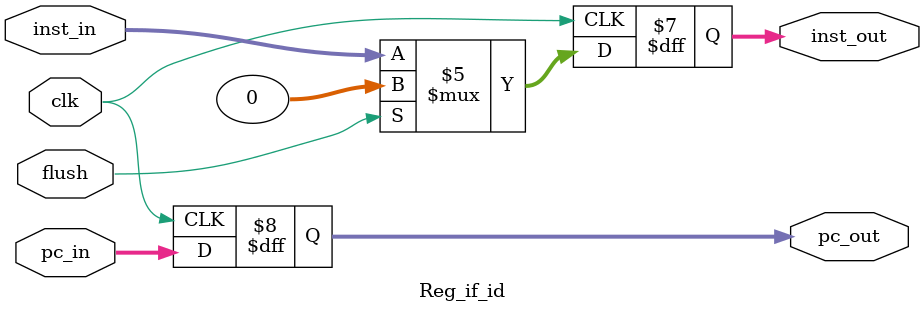
<source format=v>
module Reg_if_id(inst_out,pc_out,inst_in,pc_in,flush,clk);
    output reg [31:0] inst_out;
    output reg [31:0] pc_out;
    input wire [31:0] inst_in;
    input wire [31:0] pc_in;
    input wire clk;
    input wire flush;
    always @(posedge clk)begin
        if(flush) begin
            inst_out <= 0;
            pc_out <= pc_in;
        end else begin
            inst_out <= inst_in;
            pc_out <= pc_in;
        end
    end

endmodule
</source>
